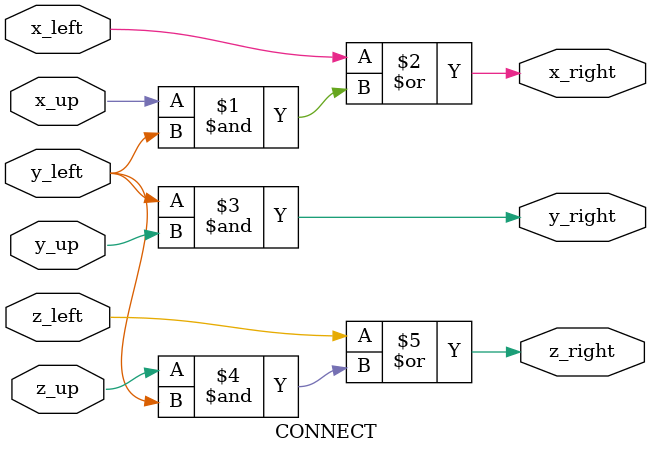
<source format=v>
module CONNECT 
(
input 	
		x_left,
		x_up,
		y_left,
		y_up,
		z_left,
		z_up,
output	
		x_right,
		y_right,
		z_right
);
				
assign x_right = x_left | 	 (x_up & y_left);
assign y_right = y_left & 			   y_up ;
assign z_right = z_left | 	 (z_up & y_left);

endmodule
</source>
